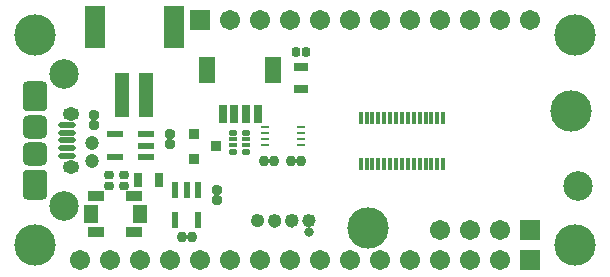
<source format=gbr>
%TF.GenerationSoftware,Altium Limited,Altium Designer,20.1.11 (218)*%
G04 Layer_Color=8388736*
%FSLAX26Y26*%
%MOIN*%
%TF.SameCoordinates,3C5C7FA7-1F59-4671-A418-6E2A2DAA0BFA*%
%TF.FilePolarity,Negative*%
%TF.FileFunction,Soldermask,Top*%
%TF.Part,Single*%
G01*
G75*
%TA.AperFunction,SMDPad,CuDef*%
%ADD14R,0.031496X0.049000*%
%ADD15R,0.035000X0.032000*%
%ADD27R,0.020000X0.052000*%
%ADD28R,0.052000X0.020000*%
%ADD29R,0.029748X0.007843*%
%ADD35R,0.049000X0.031496*%
%TA.AperFunction,ComponentPad*%
%ADD56C,0.067055*%
%ADD57R,0.067055X0.067055*%
%ADD58C,0.138000*%
G04:AMPARAMS|DCode=59|XSize=82.803mil|YSize=67.055mil|CornerRadius=18.764mil|HoleSize=0mil|Usage=FLASHONLY|Rotation=0.000|XOffset=0mil|YOffset=0mil|HoleType=Round|Shape=RoundedRectangle|*
%AMROUNDEDRECTD59*
21,1,0.082803,0.029527,0,0,0.0*
21,1,0.045276,0.067055,0,0,0.0*
1,1,0.037528,0.022638,-0.014764*
1,1,0.037528,-0.022638,-0.014764*
1,1,0.037528,-0.022638,0.014764*
1,1,0.037528,0.022638,0.014764*
%
%ADD59ROUNDEDRECTD59*%
%ADD60O,0.055244X0.043433*%
%TA.AperFunction,ViaPad*%
%ADD61C,0.032000*%
%TA.AperFunction,NonConductor*%
%ADD66C,0.024000*%
%TA.AperFunction,SMDPad,CuDef*%
G04:AMPARAMS|DCode=67|XSize=31.228mil|YSize=33.197mil|CornerRadius=9.923mil|HoleSize=0mil|Usage=FLASHONLY|Rotation=270.000|XOffset=0mil|YOffset=0mil|HoleType=Round|Shape=RoundedRectangle|*
%AMROUNDEDRECTD67*
21,1,0.031228,0.013351,0,0,270.0*
21,1,0.011382,0.033197,0,0,270.0*
1,1,0.019846,-0.006675,-0.005691*
1,1,0.019846,-0.006675,0.005691*
1,1,0.019846,0.006675,0.005691*
1,1,0.019846,0.006675,-0.005691*
%
%ADD67ROUNDEDRECTD67*%
G04:AMPARAMS|DCode=68|XSize=31.228mil|YSize=33.197mil|CornerRadius=9.923mil|HoleSize=0mil|Usage=FLASHONLY|Rotation=180.000|XOffset=0mil|YOffset=0mil|HoleType=Round|Shape=RoundedRectangle|*
%AMROUNDEDRECTD68*
21,1,0.031228,0.013351,0,0,180.0*
21,1,0.011382,0.033197,0,0,180.0*
1,1,0.019846,-0.005691,0.006675*
1,1,0.019846,0.005691,0.006675*
1,1,0.019846,0.005691,-0.006675*
1,1,0.019846,-0.005691,-0.006675*
%
%ADD68ROUNDEDRECTD68*%
%ADD69R,0.013840X0.043370*%
%ADD70R,0.067055X0.141858*%
%ADD71R,0.047370X0.145795*%
%ADD72R,0.031620X0.061150*%
%ADD73R,0.055240X0.086740*%
G04:AMPARAMS|DCode=74|XSize=27.685mil|YSize=31.622mil|CornerRadius=9.118mil|HoleSize=0mil|Usage=FLASHONLY|Rotation=270.000|XOffset=0mil|YOffset=0mil|HoleType=Round|Shape=RoundedRectangle|*
%AMROUNDEDRECTD74*
21,1,0.027685,0.013386,0,0,270.0*
21,1,0.009449,0.031622,0,0,270.0*
1,1,0.018236,-0.006693,-0.004724*
1,1,0.018236,-0.006693,0.004724*
1,1,0.018236,0.006693,0.004724*
1,1,0.018236,0.006693,-0.004724*
%
%ADD74ROUNDEDRECTD74*%
G04:AMPARAMS|DCode=75|XSize=29.591mil|YSize=19.748mil|CornerRadius=5.937mil|HoleSize=0mil|Usage=FLASHONLY|Rotation=0.000|XOffset=0mil|YOffset=0mil|HoleType=Round|Shape=RoundedRectangle|*
%AMROUNDEDRECTD75*
21,1,0.029591,0.007874,0,0,0.0*
21,1,0.017717,0.019748,0,0,0.0*
1,1,0.011874,0.008858,-0.003937*
1,1,0.011874,-0.008858,-0.003937*
1,1,0.011874,-0.008858,0.003937*
1,1,0.011874,0.008858,0.003937*
%
%ADD75ROUNDEDRECTD75*%
G04:AMPARAMS|DCode=76|XSize=29.591mil|YSize=15.811mil|CornerRadius=4.953mil|HoleSize=0mil|Usage=FLASHONLY|Rotation=0.000|XOffset=0mil|YOffset=0mil|HoleType=Round|Shape=RoundedRectangle|*
%AMROUNDEDRECTD76*
21,1,0.029591,0.005905,0,0,0.0*
21,1,0.019685,0.015811,0,0,0.0*
1,1,0.009906,0.009842,-0.002953*
1,1,0.009906,-0.009842,-0.002953*
1,1,0.009906,-0.009842,0.002953*
1,1,0.009906,0.009842,0.002953*
%
%ADD76ROUNDEDRECTD76*%
%ADD77C,0.015874*%
%ADD78C,0.010000*%
%ADD79C,0.047370*%
%ADD80C,0.098425*%
%TA.AperFunction,ConnectorPad*%
G04:AMPARAMS|DCode=81|XSize=54.26mil|YSize=82.803mil|CornerRadius=15.565mil|HoleSize=0mil|Usage=FLASHONLY|Rotation=90.000|XOffset=0mil|YOffset=0mil|HoleType=Round|Shape=RoundedRectangle|*
%AMROUNDEDRECTD81*
21,1,0.054260,0.051673,0,0,90.0*
21,1,0.023130,0.082803,0,0,90.0*
1,1,0.031130,0.025837,0.011565*
1,1,0.031130,0.025837,-0.011565*
1,1,0.031130,-0.025837,-0.011565*
1,1,0.031130,-0.025837,0.011565*
%
%ADD81ROUNDEDRECTD81*%
G04:AMPARAMS|DCode=82|XSize=78.866mil|YSize=82.803mil|CornerRadius=21.716mil|HoleSize=0mil|Usage=FLASHONLY|Rotation=270.000|XOffset=0mil|YOffset=0mil|HoleType=Round|Shape=RoundedRectangle|*
%AMROUNDEDRECTD82*
21,1,0.078866,0.039370,0,0,270.0*
21,1,0.035433,0.082803,0,0,270.0*
1,1,0.043433,-0.019685,-0.017717*
1,1,0.043433,-0.019685,0.017717*
1,1,0.043433,0.019685,0.017717*
1,1,0.043433,0.019685,-0.017717*
%
%ADD82ROUNDEDRECTD82*%
G04:AMPARAMS|DCode=83|XSize=19.748mil|YSize=57.15mil|CornerRadius=5.937mil|HoleSize=0mil|Usage=FLASHONLY|Rotation=270.000|XOffset=0mil|YOffset=0mil|HoleType=Round|Shape=RoundedRectangle|*
%AMROUNDEDRECTD83*
21,1,0.019748,0.045276,0,0,270.0*
21,1,0.007874,0.057150,0,0,270.0*
1,1,0.011874,-0.022638,-0.003937*
1,1,0.011874,-0.022638,0.003937*
1,1,0.011874,0.022638,0.003937*
1,1,0.011874,0.022638,-0.003937*
%
%ADD83ROUNDEDRECTD83*%
%TA.AperFunction,SMDPad,CuDef*%
%ADD84R,0.053276X0.037528*%
%ADD85R,0.045402X0.063118*%
G04:AMPARAMS|DCode=86|XSize=27.685mil|YSize=31.622mil|CornerRadius=9.118mil|HoleSize=0mil|Usage=FLASHONLY|Rotation=180.000|XOffset=0mil|YOffset=0mil|HoleType=Round|Shape=RoundedRectangle|*
%AMROUNDEDRECTD86*
21,1,0.027685,0.013386,0,0,180.0*
21,1,0.009449,0.031622,0,0,180.0*
1,1,0.018236,-0.004724,0.006693*
1,1,0.018236,0.004724,0.006693*
1,1,0.018236,0.004724,-0.006693*
1,1,0.018236,-0.004724,-0.006693*
%
%ADD86ROUNDEDRECTD86*%
D14*
X514186Y316163D02*
D03*
X443320D02*
D03*
D15*
X629030Y389092D02*
D03*
Y469801D02*
D03*
X703439Y429447D02*
D03*
D27*
X566978Y182902D02*
D03*
Y284902D02*
D03*
X641781Y182902D02*
D03*
X604379Y284902D02*
D03*
X641781D02*
D03*
D28*
X367008Y394996D02*
D03*
Y469799D02*
D03*
X469008Y394996D02*
D03*
Y432397D02*
D03*
Y469799D02*
D03*
D29*
X864850Y435472D02*
D03*
Y455158D02*
D03*
Y474842D02*
D03*
Y494528D02*
D03*
X985150Y435472D02*
D03*
Y455158D02*
D03*
Y474842D02*
D03*
Y494528D02*
D03*
D35*
X986145Y622116D02*
D03*
Y692982D02*
D03*
D56*
X1550000Y150000D02*
D03*
X1450000D02*
D03*
X1650000D02*
D03*
X750000Y850000D02*
D03*
X850000D02*
D03*
X950000D02*
D03*
X1150000D02*
D03*
X1250000D02*
D03*
X1050000D02*
D03*
X1650000D02*
D03*
X1750000D02*
D03*
X1350000D02*
D03*
X1550000D02*
D03*
X1450000D02*
D03*
X1250000Y50000D02*
D03*
X1150000D02*
D03*
X1350000D02*
D03*
X950000D02*
D03*
X850000D02*
D03*
X1050000D02*
D03*
X1650000D02*
D03*
X1450000D02*
D03*
X1550000D02*
D03*
X250000D02*
D03*
X350000D02*
D03*
X450000D02*
D03*
X550000D02*
D03*
X750000D02*
D03*
X650000D02*
D03*
D57*
X1750000Y150000D02*
D03*
X650000Y850000D02*
D03*
X1750000Y50000D02*
D03*
D58*
X1885847Y548048D02*
D03*
X1210847Y158048D02*
D03*
X100000Y800000D02*
D03*
X1900000Y100000D02*
D03*
Y800000D02*
D03*
X100000Y100000D02*
D03*
D59*
Y285630D02*
D03*
Y614370D02*
D03*
D60*
X218110Y362402D02*
D03*
Y537598D02*
D03*
D61*
X1012000Y144000D02*
D03*
D66*
X966200Y181100D02*
G03*
X966200Y181100I-11000J0D01*
G01*
Y183300D02*
G03*
X966200Y183300I-11000J0D01*
G01*
X909200Y180700D02*
G03*
X909200Y180700I-11000J0D01*
G01*
Y182900D02*
G03*
X909200Y182900I-11000J0D01*
G01*
X852200Y182700D02*
G03*
X852200Y182700I-11000J0D01*
G01*
X1023200D02*
G03*
X1023200Y182700I-11000J0D01*
G01*
D67*
X704466Y251454D02*
D03*
Y284918D02*
D03*
X548245Y436899D02*
D03*
Y470363D02*
D03*
X297177Y501380D02*
D03*
Y534845D02*
D03*
D68*
X589125Y129191D02*
D03*
X622590D02*
D03*
X864040Y381868D02*
D03*
X897505D02*
D03*
X951986D02*
D03*
X985451D02*
D03*
D69*
X1322382Y523954D02*
D03*
X1184587D02*
D03*
X1204272D02*
D03*
X1223957D02*
D03*
X1243642D02*
D03*
X1263327D02*
D03*
X1283012D02*
D03*
X1302697D02*
D03*
X1342067D02*
D03*
X1361752D02*
D03*
X1381437D02*
D03*
X1401122D02*
D03*
X1420807D02*
D03*
X1440492D02*
D03*
X1460177D02*
D03*
X1361752Y370411D02*
D03*
X1342067D02*
D03*
X1302697D02*
D03*
X1381437D02*
D03*
X1440492D02*
D03*
X1420807D02*
D03*
X1401122D02*
D03*
X1204272D02*
D03*
X1184587D02*
D03*
X1322382D02*
D03*
X1223957D02*
D03*
X1283012D02*
D03*
X1263327D02*
D03*
X1243642D02*
D03*
X1460177D02*
D03*
D70*
X561890Y826378D02*
D03*
X298110D02*
D03*
D71*
X469370Y600000D02*
D03*
X390630D02*
D03*
D72*
X724272Y538378D02*
D03*
X763642D02*
D03*
X803022D02*
D03*
X842392D02*
D03*
D73*
X673092Y683068D02*
D03*
X893572D02*
D03*
D74*
X394550Y298932D02*
D03*
Y334365D02*
D03*
X346687Y298932D02*
D03*
Y334365D02*
D03*
D75*
X758327Y412474D02*
D03*
Y475466D02*
D03*
X801635Y412474D02*
D03*
Y475466D02*
D03*
D76*
X758327Y434127D02*
D03*
Y453812D02*
D03*
X801635Y434127D02*
D03*
Y453812D02*
D03*
D77*
X955200Y168900D02*
D03*
Y195500D02*
D03*
X898200Y168500D02*
D03*
Y195100D02*
D03*
D78*
X841200Y170500D02*
D03*
Y195100D02*
D03*
X1012200Y170500D02*
D03*
Y195100D02*
D03*
D79*
X288582Y381577D02*
D03*
Y442300D02*
D03*
D80*
X1909612Y296567D02*
D03*
X196850Y669685D02*
D03*
Y230506D02*
D03*
D81*
X100000Y324537D02*
D03*
Y575463D02*
D03*
D82*
Y495276D02*
D03*
Y404724D02*
D03*
D83*
X205315Y424409D02*
D03*
Y398819D02*
D03*
Y475591D02*
D03*
Y501181D02*
D03*
Y450000D02*
D03*
D84*
X303992Y142961D02*
D03*
Y263039D02*
D03*
X428008Y142961D02*
D03*
Y263039D02*
D03*
D85*
X284307Y203000D02*
D03*
X447693D02*
D03*
D86*
X967901Y743387D02*
D03*
X1003334D02*
D03*
%TF.MD5,edb96ecc8c85499597b90f6c490c0d0c*%
M02*

</source>
